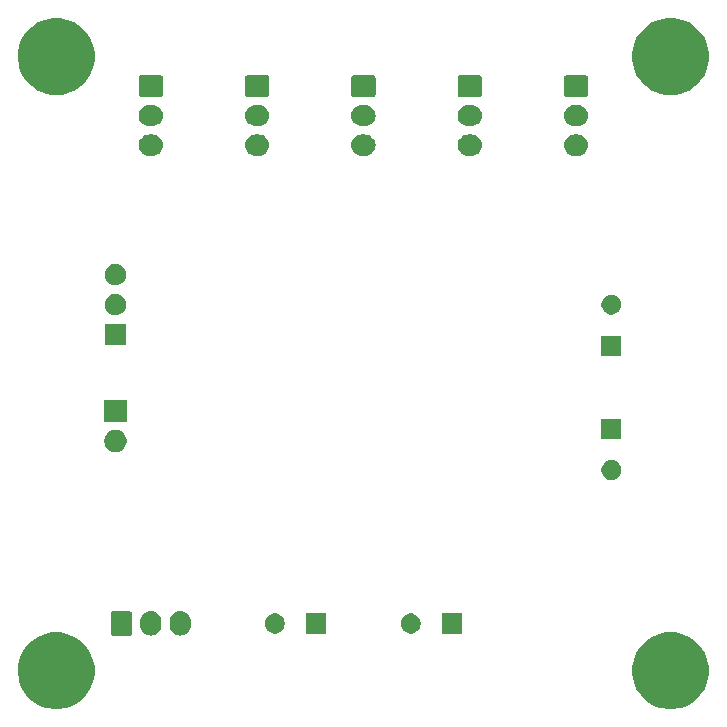
<source format=gbs>
G04 #@! TF.GenerationSoftware,KiCad,Pcbnew,(5.1.5)-3*
G04 #@! TF.CreationDate,2020-04-04T13:58:42+08:00*
G04 #@! TF.ProjectId,1194pre,31313934-7072-4652-9e6b-696361645f70,rev?*
G04 #@! TF.SameCoordinates,Original*
G04 #@! TF.FileFunction,Soldermask,Bot*
G04 #@! TF.FilePolarity,Negative*
%FSLAX46Y46*%
G04 Gerber Fmt 4.6, Leading zero omitted, Abs format (unit mm)*
G04 Created by KiCad (PCBNEW (5.1.5)-3) date 2020-04-04 13:58:42*
%MOMM*%
%LPD*%
G04 APERTURE LIST*
%ADD10C,0.100000*%
G04 APERTURE END LIST*
D10*
G36*
X156401564Y-102765185D02*
G01*
X156948282Y-102873934D01*
X157539926Y-103119001D01*
X158072392Y-103474784D01*
X158525216Y-103927608D01*
X158880999Y-104460074D01*
X159126066Y-105051718D01*
X159126066Y-105051719D01*
X159251000Y-105679803D01*
X159251000Y-106320197D01*
X159188533Y-106634239D01*
X159126066Y-106948282D01*
X158880999Y-107539926D01*
X158525216Y-108072392D01*
X158072392Y-108525216D01*
X157539926Y-108880999D01*
X156948282Y-109126066D01*
X156634239Y-109188533D01*
X156320197Y-109251000D01*
X155679803Y-109251000D01*
X155365761Y-109188533D01*
X155051718Y-109126066D01*
X154460074Y-108880999D01*
X153927608Y-108525216D01*
X153474784Y-108072392D01*
X153119001Y-107539926D01*
X152873934Y-106948282D01*
X152811467Y-106634239D01*
X152749000Y-106320197D01*
X152749000Y-105679803D01*
X152873934Y-105051719D01*
X152873934Y-105051718D01*
X153119001Y-104460074D01*
X153474784Y-103927608D01*
X153927608Y-103474784D01*
X154460074Y-103119001D01*
X155051718Y-102873934D01*
X155598436Y-102765185D01*
X155679803Y-102749000D01*
X156320197Y-102749000D01*
X156401564Y-102765185D01*
G37*
G36*
X104401564Y-102765185D02*
G01*
X104948282Y-102873934D01*
X105539926Y-103119001D01*
X106072392Y-103474784D01*
X106525216Y-103927608D01*
X106880999Y-104460074D01*
X107126066Y-105051718D01*
X107126066Y-105051719D01*
X107251000Y-105679803D01*
X107251000Y-106320197D01*
X107188533Y-106634239D01*
X107126066Y-106948282D01*
X106880999Y-107539926D01*
X106525216Y-108072392D01*
X106072392Y-108525216D01*
X105539926Y-108880999D01*
X104948282Y-109126066D01*
X104634239Y-109188533D01*
X104320197Y-109251000D01*
X103679803Y-109251000D01*
X103365761Y-109188533D01*
X103051718Y-109126066D01*
X102460074Y-108880999D01*
X101927608Y-108525216D01*
X101474784Y-108072392D01*
X101119001Y-107539926D01*
X100873934Y-106948282D01*
X100811467Y-106634239D01*
X100749000Y-106320197D01*
X100749000Y-105679803D01*
X100873934Y-105051719D01*
X100873934Y-105051718D01*
X101119001Y-104460074D01*
X101474784Y-103927608D01*
X101927608Y-103474784D01*
X102460074Y-103119001D01*
X103051718Y-102873934D01*
X103598436Y-102765185D01*
X103679803Y-102749000D01*
X104320197Y-102749000D01*
X104401564Y-102765185D01*
G37*
G36*
X112176626Y-100987037D02*
G01*
X112346465Y-101038557D01*
X112346467Y-101038558D01*
X112502989Y-101122221D01*
X112640186Y-101234814D01*
X112723448Y-101336271D01*
X112752778Y-101372009D01*
X112836443Y-101528534D01*
X112887963Y-101698373D01*
X112901000Y-101830742D01*
X112901000Y-102169257D01*
X112887963Y-102301626D01*
X112836443Y-102471466D01*
X112752778Y-102627991D01*
X112725676Y-102661015D01*
X112640186Y-102765186D01*
X112545250Y-102843097D01*
X112502991Y-102877778D01*
X112346466Y-102961443D01*
X112176627Y-103012963D01*
X112000000Y-103030359D01*
X111823374Y-103012963D01*
X111653535Y-102961443D01*
X111497010Y-102877778D01*
X111359815Y-102765185D01*
X111247222Y-102627991D01*
X111163557Y-102471466D01*
X111112037Y-102301627D01*
X111099000Y-102169258D01*
X111099000Y-101830743D01*
X111112037Y-101698374D01*
X111163557Y-101528535D01*
X111163559Y-101528532D01*
X111247221Y-101372011D01*
X111359814Y-101234814D01*
X111464380Y-101149000D01*
X111497009Y-101122222D01*
X111653534Y-101038557D01*
X111823373Y-100987037D01*
X112000000Y-100969641D01*
X112176626Y-100987037D01*
G37*
G36*
X114676626Y-100987037D02*
G01*
X114846465Y-101038557D01*
X114846467Y-101038558D01*
X115002989Y-101122221D01*
X115140186Y-101234814D01*
X115223448Y-101336271D01*
X115252778Y-101372009D01*
X115336443Y-101528534D01*
X115387963Y-101698373D01*
X115401000Y-101830742D01*
X115401000Y-102169257D01*
X115387963Y-102301626D01*
X115336443Y-102471466D01*
X115252778Y-102627991D01*
X115225676Y-102661015D01*
X115140186Y-102765186D01*
X115045250Y-102843097D01*
X115002991Y-102877778D01*
X114846466Y-102961443D01*
X114676627Y-103012963D01*
X114500000Y-103030359D01*
X114323374Y-103012963D01*
X114153535Y-102961443D01*
X113997010Y-102877778D01*
X113859815Y-102765185D01*
X113747222Y-102627991D01*
X113663557Y-102471466D01*
X113612037Y-102301627D01*
X113599000Y-102169258D01*
X113599000Y-101830743D01*
X113612037Y-101698374D01*
X113663557Y-101528535D01*
X113663559Y-101528532D01*
X113747221Y-101372011D01*
X113859814Y-101234814D01*
X113964380Y-101149000D01*
X113997009Y-101122222D01*
X114153534Y-101038557D01*
X114323373Y-100987037D01*
X114500000Y-100969641D01*
X114676626Y-100987037D01*
G37*
G36*
X110258600Y-100977989D02*
G01*
X110291652Y-100988015D01*
X110322103Y-101004292D01*
X110348799Y-101026201D01*
X110370708Y-101052897D01*
X110386985Y-101083348D01*
X110397011Y-101116400D01*
X110401000Y-101156903D01*
X110401000Y-102843097D01*
X110397011Y-102883600D01*
X110386985Y-102916652D01*
X110370708Y-102947103D01*
X110348799Y-102973799D01*
X110322103Y-102995708D01*
X110291652Y-103011985D01*
X110258600Y-103022011D01*
X110218097Y-103026000D01*
X108781903Y-103026000D01*
X108741400Y-103022011D01*
X108708348Y-103011985D01*
X108677897Y-102995708D01*
X108651201Y-102973799D01*
X108629292Y-102947103D01*
X108613015Y-102916652D01*
X108602989Y-102883600D01*
X108599000Y-102843097D01*
X108599000Y-101156903D01*
X108602989Y-101116400D01*
X108613015Y-101083348D01*
X108629292Y-101052897D01*
X108651201Y-101026201D01*
X108677897Y-101004292D01*
X108708348Y-100988015D01*
X108741400Y-100977989D01*
X108781903Y-100974000D01*
X110218097Y-100974000D01*
X110258600Y-100977989D01*
G37*
G36*
X122748228Y-101181703D02*
G01*
X122903100Y-101245853D01*
X123042481Y-101338985D01*
X123161015Y-101457519D01*
X123254147Y-101596900D01*
X123318297Y-101751772D01*
X123351000Y-101916184D01*
X123351000Y-102083816D01*
X123318297Y-102248228D01*
X123254147Y-102403100D01*
X123161015Y-102542481D01*
X123042481Y-102661015D01*
X122903100Y-102754147D01*
X122748228Y-102818297D01*
X122583816Y-102851000D01*
X122416184Y-102851000D01*
X122251772Y-102818297D01*
X122096900Y-102754147D01*
X121957519Y-102661015D01*
X121838985Y-102542481D01*
X121745853Y-102403100D01*
X121681703Y-102248228D01*
X121649000Y-102083816D01*
X121649000Y-101916184D01*
X121681703Y-101751772D01*
X121745853Y-101596900D01*
X121838985Y-101457519D01*
X121957519Y-101338985D01*
X122096900Y-101245853D01*
X122251772Y-101181703D01*
X122416184Y-101149000D01*
X122583816Y-101149000D01*
X122748228Y-101181703D01*
G37*
G36*
X138351000Y-102851000D02*
G01*
X136649000Y-102851000D01*
X136649000Y-101149000D01*
X138351000Y-101149000D01*
X138351000Y-102851000D01*
G37*
G36*
X134248228Y-101181703D02*
G01*
X134403100Y-101245853D01*
X134542481Y-101338985D01*
X134661015Y-101457519D01*
X134754147Y-101596900D01*
X134818297Y-101751772D01*
X134851000Y-101916184D01*
X134851000Y-102083816D01*
X134818297Y-102248228D01*
X134754147Y-102403100D01*
X134661015Y-102542481D01*
X134542481Y-102661015D01*
X134403100Y-102754147D01*
X134248228Y-102818297D01*
X134083816Y-102851000D01*
X133916184Y-102851000D01*
X133751772Y-102818297D01*
X133596900Y-102754147D01*
X133457519Y-102661015D01*
X133338985Y-102542481D01*
X133245853Y-102403100D01*
X133181703Y-102248228D01*
X133149000Y-102083816D01*
X133149000Y-101916184D01*
X133181703Y-101751772D01*
X133245853Y-101596900D01*
X133338985Y-101457519D01*
X133457519Y-101338985D01*
X133596900Y-101245853D01*
X133751772Y-101181703D01*
X133916184Y-101149000D01*
X134083816Y-101149000D01*
X134248228Y-101181703D01*
G37*
G36*
X126851000Y-102851000D02*
G01*
X125149000Y-102851000D01*
X125149000Y-101149000D01*
X126851000Y-101149000D01*
X126851000Y-102851000D01*
G37*
G36*
X151248228Y-88181703D02*
G01*
X151403100Y-88245853D01*
X151542481Y-88338985D01*
X151661015Y-88457519D01*
X151754147Y-88596900D01*
X151818297Y-88751772D01*
X151851000Y-88916184D01*
X151851000Y-89083816D01*
X151818297Y-89248228D01*
X151754147Y-89403100D01*
X151661015Y-89542481D01*
X151542481Y-89661015D01*
X151403100Y-89754147D01*
X151248228Y-89818297D01*
X151083816Y-89851000D01*
X150916184Y-89851000D01*
X150751772Y-89818297D01*
X150596900Y-89754147D01*
X150457519Y-89661015D01*
X150338985Y-89542481D01*
X150245853Y-89403100D01*
X150181703Y-89248228D01*
X150149000Y-89083816D01*
X150149000Y-88916184D01*
X150181703Y-88751772D01*
X150245853Y-88596900D01*
X150338985Y-88457519D01*
X150457519Y-88338985D01*
X150596900Y-88245853D01*
X150751772Y-88181703D01*
X150916184Y-88149000D01*
X151083816Y-88149000D01*
X151248228Y-88181703D01*
G37*
G36*
X109277395Y-85625546D02*
G01*
X109450466Y-85697234D01*
X109450467Y-85697235D01*
X109606227Y-85801310D01*
X109738690Y-85933773D01*
X109738691Y-85933775D01*
X109842766Y-86089534D01*
X109914454Y-86262605D01*
X109951000Y-86446333D01*
X109951000Y-86633667D01*
X109914454Y-86817395D01*
X109842766Y-86990466D01*
X109842765Y-86990467D01*
X109738690Y-87146227D01*
X109606227Y-87278690D01*
X109527818Y-87331081D01*
X109450466Y-87382766D01*
X109277395Y-87454454D01*
X109093667Y-87491000D01*
X108906333Y-87491000D01*
X108722605Y-87454454D01*
X108549534Y-87382766D01*
X108472182Y-87331081D01*
X108393773Y-87278690D01*
X108261310Y-87146227D01*
X108157235Y-86990467D01*
X108157234Y-86990466D01*
X108085546Y-86817395D01*
X108049000Y-86633667D01*
X108049000Y-86446333D01*
X108085546Y-86262605D01*
X108157234Y-86089534D01*
X108261309Y-85933775D01*
X108261310Y-85933773D01*
X108393773Y-85801310D01*
X108549533Y-85697235D01*
X108549534Y-85697234D01*
X108722605Y-85625546D01*
X108906333Y-85589000D01*
X109093667Y-85589000D01*
X109277395Y-85625546D01*
G37*
G36*
X151851000Y-86351000D02*
G01*
X150149000Y-86351000D01*
X150149000Y-84649000D01*
X151851000Y-84649000D01*
X151851000Y-86351000D01*
G37*
G36*
X109951000Y-84951000D02*
G01*
X108049000Y-84951000D01*
X108049000Y-83049000D01*
X109951000Y-83049000D01*
X109951000Y-84951000D01*
G37*
G36*
X151851000Y-79351000D02*
G01*
X150149000Y-79351000D01*
X150149000Y-77649000D01*
X151851000Y-77649000D01*
X151851000Y-79351000D01*
G37*
G36*
X109901000Y-78441000D02*
G01*
X108099000Y-78441000D01*
X108099000Y-76639000D01*
X109901000Y-76639000D01*
X109901000Y-78441000D01*
G37*
G36*
X109113512Y-74103927D02*
G01*
X109262812Y-74133624D01*
X109426784Y-74201544D01*
X109574354Y-74300147D01*
X109699853Y-74425646D01*
X109798456Y-74573216D01*
X109866376Y-74737188D01*
X109901000Y-74911259D01*
X109901000Y-75088741D01*
X109866376Y-75262812D01*
X109798456Y-75426784D01*
X109699853Y-75574354D01*
X109574354Y-75699853D01*
X109426784Y-75798456D01*
X109262812Y-75866376D01*
X109113512Y-75896073D01*
X109088742Y-75901000D01*
X108911258Y-75901000D01*
X108886488Y-75896073D01*
X108737188Y-75866376D01*
X108573216Y-75798456D01*
X108425646Y-75699853D01*
X108300147Y-75574354D01*
X108201544Y-75426784D01*
X108133624Y-75262812D01*
X108099000Y-75088741D01*
X108099000Y-74911259D01*
X108133624Y-74737188D01*
X108201544Y-74573216D01*
X108300147Y-74425646D01*
X108425646Y-74300147D01*
X108573216Y-74201544D01*
X108737188Y-74133624D01*
X108886488Y-74103927D01*
X108911258Y-74099000D01*
X109088742Y-74099000D01*
X109113512Y-74103927D01*
G37*
G36*
X151248228Y-74181703D02*
G01*
X151403100Y-74245853D01*
X151542481Y-74338985D01*
X151661015Y-74457519D01*
X151754147Y-74596900D01*
X151818297Y-74751772D01*
X151851000Y-74916184D01*
X151851000Y-75083816D01*
X151818297Y-75248228D01*
X151754147Y-75403100D01*
X151661015Y-75542481D01*
X151542481Y-75661015D01*
X151403100Y-75754147D01*
X151248228Y-75818297D01*
X151083816Y-75851000D01*
X150916184Y-75851000D01*
X150751772Y-75818297D01*
X150596900Y-75754147D01*
X150457519Y-75661015D01*
X150338985Y-75542481D01*
X150245853Y-75403100D01*
X150181703Y-75248228D01*
X150149000Y-75083816D01*
X150149000Y-74916184D01*
X150181703Y-74751772D01*
X150245853Y-74596900D01*
X150338985Y-74457519D01*
X150457519Y-74338985D01*
X150596900Y-74245853D01*
X150751772Y-74181703D01*
X150916184Y-74149000D01*
X151083816Y-74149000D01*
X151248228Y-74181703D01*
G37*
G36*
X109113512Y-71563927D02*
G01*
X109262812Y-71593624D01*
X109426784Y-71661544D01*
X109574354Y-71760147D01*
X109699853Y-71885646D01*
X109798456Y-72033216D01*
X109866376Y-72197188D01*
X109901000Y-72371259D01*
X109901000Y-72548741D01*
X109866376Y-72722812D01*
X109798456Y-72886784D01*
X109699853Y-73034354D01*
X109574354Y-73159853D01*
X109426784Y-73258456D01*
X109262812Y-73326376D01*
X109113512Y-73356073D01*
X109088742Y-73361000D01*
X108911258Y-73361000D01*
X108886488Y-73356073D01*
X108737188Y-73326376D01*
X108573216Y-73258456D01*
X108425646Y-73159853D01*
X108300147Y-73034354D01*
X108201544Y-72886784D01*
X108133624Y-72722812D01*
X108099000Y-72548741D01*
X108099000Y-72371259D01*
X108133624Y-72197188D01*
X108201544Y-72033216D01*
X108300147Y-71885646D01*
X108425646Y-71760147D01*
X108573216Y-71661544D01*
X108737188Y-71593624D01*
X108886488Y-71563927D01*
X108911258Y-71559000D01*
X109088742Y-71559000D01*
X109113512Y-71563927D01*
G37*
G36*
X148235442Y-60605518D02*
G01*
X148301627Y-60612037D01*
X148471466Y-60663557D01*
X148627991Y-60747222D01*
X148663729Y-60776552D01*
X148765186Y-60859814D01*
X148848448Y-60961271D01*
X148877778Y-60997009D01*
X148961443Y-61153534D01*
X149012963Y-61323373D01*
X149030359Y-61500000D01*
X149012963Y-61676627D01*
X148961443Y-61846466D01*
X148877778Y-62002991D01*
X148848448Y-62038729D01*
X148765186Y-62140186D01*
X148663729Y-62223448D01*
X148627991Y-62252778D01*
X148471466Y-62336443D01*
X148301627Y-62387963D01*
X148235443Y-62394481D01*
X148169260Y-62401000D01*
X147830740Y-62401000D01*
X147764557Y-62394481D01*
X147698373Y-62387963D01*
X147528534Y-62336443D01*
X147372009Y-62252778D01*
X147336271Y-62223448D01*
X147234814Y-62140186D01*
X147151552Y-62038729D01*
X147122222Y-62002991D01*
X147038557Y-61846466D01*
X146987037Y-61676627D01*
X146969641Y-61500000D01*
X146987037Y-61323373D01*
X147038557Y-61153534D01*
X147122222Y-60997009D01*
X147151552Y-60961271D01*
X147234814Y-60859814D01*
X147336271Y-60776552D01*
X147372009Y-60747222D01*
X147528534Y-60663557D01*
X147698373Y-60612037D01*
X147764558Y-60605518D01*
X147830740Y-60599000D01*
X148169260Y-60599000D01*
X148235442Y-60605518D01*
G37*
G36*
X112235442Y-60605518D02*
G01*
X112301627Y-60612037D01*
X112471466Y-60663557D01*
X112627991Y-60747222D01*
X112663729Y-60776552D01*
X112765186Y-60859814D01*
X112848448Y-60961271D01*
X112877778Y-60997009D01*
X112961443Y-61153534D01*
X113012963Y-61323373D01*
X113030359Y-61500000D01*
X113012963Y-61676627D01*
X112961443Y-61846466D01*
X112877778Y-62002991D01*
X112848448Y-62038729D01*
X112765186Y-62140186D01*
X112663729Y-62223448D01*
X112627991Y-62252778D01*
X112471466Y-62336443D01*
X112301627Y-62387963D01*
X112235443Y-62394481D01*
X112169260Y-62401000D01*
X111830740Y-62401000D01*
X111764557Y-62394481D01*
X111698373Y-62387963D01*
X111528534Y-62336443D01*
X111372009Y-62252778D01*
X111336271Y-62223448D01*
X111234814Y-62140186D01*
X111151552Y-62038729D01*
X111122222Y-62002991D01*
X111038557Y-61846466D01*
X110987037Y-61676627D01*
X110969641Y-61500000D01*
X110987037Y-61323373D01*
X111038557Y-61153534D01*
X111122222Y-60997009D01*
X111151552Y-60961271D01*
X111234814Y-60859814D01*
X111336271Y-60776552D01*
X111372009Y-60747222D01*
X111528534Y-60663557D01*
X111698373Y-60612037D01*
X111764558Y-60605518D01*
X111830740Y-60599000D01*
X112169260Y-60599000D01*
X112235442Y-60605518D01*
G37*
G36*
X121235442Y-60605518D02*
G01*
X121301627Y-60612037D01*
X121471466Y-60663557D01*
X121627991Y-60747222D01*
X121663729Y-60776552D01*
X121765186Y-60859814D01*
X121848448Y-60961271D01*
X121877778Y-60997009D01*
X121961443Y-61153534D01*
X122012963Y-61323373D01*
X122030359Y-61500000D01*
X122012963Y-61676627D01*
X121961443Y-61846466D01*
X121877778Y-62002991D01*
X121848448Y-62038729D01*
X121765186Y-62140186D01*
X121663729Y-62223448D01*
X121627991Y-62252778D01*
X121471466Y-62336443D01*
X121301627Y-62387963D01*
X121235443Y-62394481D01*
X121169260Y-62401000D01*
X120830740Y-62401000D01*
X120764557Y-62394481D01*
X120698373Y-62387963D01*
X120528534Y-62336443D01*
X120372009Y-62252778D01*
X120336271Y-62223448D01*
X120234814Y-62140186D01*
X120151552Y-62038729D01*
X120122222Y-62002991D01*
X120038557Y-61846466D01*
X119987037Y-61676627D01*
X119969641Y-61500000D01*
X119987037Y-61323373D01*
X120038557Y-61153534D01*
X120122222Y-60997009D01*
X120151552Y-60961271D01*
X120234814Y-60859814D01*
X120336271Y-60776552D01*
X120372009Y-60747222D01*
X120528534Y-60663557D01*
X120698373Y-60612037D01*
X120764558Y-60605518D01*
X120830740Y-60599000D01*
X121169260Y-60599000D01*
X121235442Y-60605518D01*
G37*
G36*
X130235442Y-60605518D02*
G01*
X130301627Y-60612037D01*
X130471466Y-60663557D01*
X130627991Y-60747222D01*
X130663729Y-60776552D01*
X130765186Y-60859814D01*
X130848448Y-60961271D01*
X130877778Y-60997009D01*
X130961443Y-61153534D01*
X131012963Y-61323373D01*
X131030359Y-61500000D01*
X131012963Y-61676627D01*
X130961443Y-61846466D01*
X130877778Y-62002991D01*
X130848448Y-62038729D01*
X130765186Y-62140186D01*
X130663729Y-62223448D01*
X130627991Y-62252778D01*
X130471466Y-62336443D01*
X130301627Y-62387963D01*
X130235443Y-62394481D01*
X130169260Y-62401000D01*
X129830740Y-62401000D01*
X129764557Y-62394481D01*
X129698373Y-62387963D01*
X129528534Y-62336443D01*
X129372009Y-62252778D01*
X129336271Y-62223448D01*
X129234814Y-62140186D01*
X129151552Y-62038729D01*
X129122222Y-62002991D01*
X129038557Y-61846466D01*
X128987037Y-61676627D01*
X128969641Y-61500000D01*
X128987037Y-61323373D01*
X129038557Y-61153534D01*
X129122222Y-60997009D01*
X129151552Y-60961271D01*
X129234814Y-60859814D01*
X129336271Y-60776552D01*
X129372009Y-60747222D01*
X129528534Y-60663557D01*
X129698373Y-60612037D01*
X129764558Y-60605518D01*
X129830740Y-60599000D01*
X130169260Y-60599000D01*
X130235442Y-60605518D01*
G37*
G36*
X139235442Y-60605518D02*
G01*
X139301627Y-60612037D01*
X139471466Y-60663557D01*
X139627991Y-60747222D01*
X139663729Y-60776552D01*
X139765186Y-60859814D01*
X139848448Y-60961271D01*
X139877778Y-60997009D01*
X139961443Y-61153534D01*
X140012963Y-61323373D01*
X140030359Y-61500000D01*
X140012963Y-61676627D01*
X139961443Y-61846466D01*
X139877778Y-62002991D01*
X139848448Y-62038729D01*
X139765186Y-62140186D01*
X139663729Y-62223448D01*
X139627991Y-62252778D01*
X139471466Y-62336443D01*
X139301627Y-62387963D01*
X139235443Y-62394481D01*
X139169260Y-62401000D01*
X138830740Y-62401000D01*
X138764557Y-62394481D01*
X138698373Y-62387963D01*
X138528534Y-62336443D01*
X138372009Y-62252778D01*
X138336271Y-62223448D01*
X138234814Y-62140186D01*
X138151552Y-62038729D01*
X138122222Y-62002991D01*
X138038557Y-61846466D01*
X137987037Y-61676627D01*
X137969641Y-61500000D01*
X137987037Y-61323373D01*
X138038557Y-61153534D01*
X138122222Y-60997009D01*
X138151552Y-60961271D01*
X138234814Y-60859814D01*
X138336271Y-60776552D01*
X138372009Y-60747222D01*
X138528534Y-60663557D01*
X138698373Y-60612037D01*
X138764558Y-60605518D01*
X138830740Y-60599000D01*
X139169260Y-60599000D01*
X139235442Y-60605518D01*
G37*
G36*
X121235443Y-58105519D02*
G01*
X121301627Y-58112037D01*
X121471466Y-58163557D01*
X121627991Y-58247222D01*
X121663729Y-58276552D01*
X121765186Y-58359814D01*
X121848448Y-58461271D01*
X121877778Y-58497009D01*
X121961443Y-58653534D01*
X122012963Y-58823373D01*
X122030359Y-59000000D01*
X122012963Y-59176627D01*
X121961443Y-59346466D01*
X121877778Y-59502991D01*
X121848448Y-59538729D01*
X121765186Y-59640186D01*
X121663729Y-59723448D01*
X121627991Y-59752778D01*
X121471466Y-59836443D01*
X121301627Y-59887963D01*
X121235443Y-59894481D01*
X121169260Y-59901000D01*
X120830740Y-59901000D01*
X120764557Y-59894481D01*
X120698373Y-59887963D01*
X120528534Y-59836443D01*
X120372009Y-59752778D01*
X120336271Y-59723448D01*
X120234814Y-59640186D01*
X120151552Y-59538729D01*
X120122222Y-59502991D01*
X120038557Y-59346466D01*
X119987037Y-59176627D01*
X119969641Y-59000000D01*
X119987037Y-58823373D01*
X120038557Y-58653534D01*
X120122222Y-58497009D01*
X120151552Y-58461271D01*
X120234814Y-58359814D01*
X120336271Y-58276552D01*
X120372009Y-58247222D01*
X120528534Y-58163557D01*
X120698373Y-58112037D01*
X120764557Y-58105519D01*
X120830740Y-58099000D01*
X121169260Y-58099000D01*
X121235443Y-58105519D01*
G37*
G36*
X148235443Y-58105519D02*
G01*
X148301627Y-58112037D01*
X148471466Y-58163557D01*
X148627991Y-58247222D01*
X148663729Y-58276552D01*
X148765186Y-58359814D01*
X148848448Y-58461271D01*
X148877778Y-58497009D01*
X148961443Y-58653534D01*
X149012963Y-58823373D01*
X149030359Y-59000000D01*
X149012963Y-59176627D01*
X148961443Y-59346466D01*
X148877778Y-59502991D01*
X148848448Y-59538729D01*
X148765186Y-59640186D01*
X148663729Y-59723448D01*
X148627991Y-59752778D01*
X148471466Y-59836443D01*
X148301627Y-59887963D01*
X148235443Y-59894481D01*
X148169260Y-59901000D01*
X147830740Y-59901000D01*
X147764557Y-59894481D01*
X147698373Y-59887963D01*
X147528534Y-59836443D01*
X147372009Y-59752778D01*
X147336271Y-59723448D01*
X147234814Y-59640186D01*
X147151552Y-59538729D01*
X147122222Y-59502991D01*
X147038557Y-59346466D01*
X146987037Y-59176627D01*
X146969641Y-59000000D01*
X146987037Y-58823373D01*
X147038557Y-58653534D01*
X147122222Y-58497009D01*
X147151552Y-58461271D01*
X147234814Y-58359814D01*
X147336271Y-58276552D01*
X147372009Y-58247222D01*
X147528534Y-58163557D01*
X147698373Y-58112037D01*
X147764557Y-58105519D01*
X147830740Y-58099000D01*
X148169260Y-58099000D01*
X148235443Y-58105519D01*
G37*
G36*
X112235443Y-58105519D02*
G01*
X112301627Y-58112037D01*
X112471466Y-58163557D01*
X112627991Y-58247222D01*
X112663729Y-58276552D01*
X112765186Y-58359814D01*
X112848448Y-58461271D01*
X112877778Y-58497009D01*
X112961443Y-58653534D01*
X113012963Y-58823373D01*
X113030359Y-59000000D01*
X113012963Y-59176627D01*
X112961443Y-59346466D01*
X112877778Y-59502991D01*
X112848448Y-59538729D01*
X112765186Y-59640186D01*
X112663729Y-59723448D01*
X112627991Y-59752778D01*
X112471466Y-59836443D01*
X112301627Y-59887963D01*
X112235443Y-59894481D01*
X112169260Y-59901000D01*
X111830740Y-59901000D01*
X111764557Y-59894481D01*
X111698373Y-59887963D01*
X111528534Y-59836443D01*
X111372009Y-59752778D01*
X111336271Y-59723448D01*
X111234814Y-59640186D01*
X111151552Y-59538729D01*
X111122222Y-59502991D01*
X111038557Y-59346466D01*
X110987037Y-59176627D01*
X110969641Y-59000000D01*
X110987037Y-58823373D01*
X111038557Y-58653534D01*
X111122222Y-58497009D01*
X111151552Y-58461271D01*
X111234814Y-58359814D01*
X111336271Y-58276552D01*
X111372009Y-58247222D01*
X111528534Y-58163557D01*
X111698373Y-58112037D01*
X111764557Y-58105519D01*
X111830740Y-58099000D01*
X112169260Y-58099000D01*
X112235443Y-58105519D01*
G37*
G36*
X139235443Y-58105519D02*
G01*
X139301627Y-58112037D01*
X139471466Y-58163557D01*
X139627991Y-58247222D01*
X139663729Y-58276552D01*
X139765186Y-58359814D01*
X139848448Y-58461271D01*
X139877778Y-58497009D01*
X139961443Y-58653534D01*
X140012963Y-58823373D01*
X140030359Y-59000000D01*
X140012963Y-59176627D01*
X139961443Y-59346466D01*
X139877778Y-59502991D01*
X139848448Y-59538729D01*
X139765186Y-59640186D01*
X139663729Y-59723448D01*
X139627991Y-59752778D01*
X139471466Y-59836443D01*
X139301627Y-59887963D01*
X139235443Y-59894481D01*
X139169260Y-59901000D01*
X138830740Y-59901000D01*
X138764557Y-59894481D01*
X138698373Y-59887963D01*
X138528534Y-59836443D01*
X138372009Y-59752778D01*
X138336271Y-59723448D01*
X138234814Y-59640186D01*
X138151552Y-59538729D01*
X138122222Y-59502991D01*
X138038557Y-59346466D01*
X137987037Y-59176627D01*
X137969641Y-59000000D01*
X137987037Y-58823373D01*
X138038557Y-58653534D01*
X138122222Y-58497009D01*
X138151552Y-58461271D01*
X138234814Y-58359814D01*
X138336271Y-58276552D01*
X138372009Y-58247222D01*
X138528534Y-58163557D01*
X138698373Y-58112037D01*
X138764557Y-58105519D01*
X138830740Y-58099000D01*
X139169260Y-58099000D01*
X139235443Y-58105519D01*
G37*
G36*
X130235443Y-58105519D02*
G01*
X130301627Y-58112037D01*
X130471466Y-58163557D01*
X130627991Y-58247222D01*
X130663729Y-58276552D01*
X130765186Y-58359814D01*
X130848448Y-58461271D01*
X130877778Y-58497009D01*
X130961443Y-58653534D01*
X131012963Y-58823373D01*
X131030359Y-59000000D01*
X131012963Y-59176627D01*
X130961443Y-59346466D01*
X130877778Y-59502991D01*
X130848448Y-59538729D01*
X130765186Y-59640186D01*
X130663729Y-59723448D01*
X130627991Y-59752778D01*
X130471466Y-59836443D01*
X130301627Y-59887963D01*
X130235443Y-59894481D01*
X130169260Y-59901000D01*
X129830740Y-59901000D01*
X129764557Y-59894481D01*
X129698373Y-59887963D01*
X129528534Y-59836443D01*
X129372009Y-59752778D01*
X129336271Y-59723448D01*
X129234814Y-59640186D01*
X129151552Y-59538729D01*
X129122222Y-59502991D01*
X129038557Y-59346466D01*
X128987037Y-59176627D01*
X128969641Y-59000000D01*
X128987037Y-58823373D01*
X129038557Y-58653534D01*
X129122222Y-58497009D01*
X129151552Y-58461271D01*
X129234814Y-58359814D01*
X129336271Y-58276552D01*
X129372009Y-58247222D01*
X129528534Y-58163557D01*
X129698373Y-58112037D01*
X129764557Y-58105519D01*
X129830740Y-58099000D01*
X130169260Y-58099000D01*
X130235443Y-58105519D01*
G37*
G36*
X148883600Y-55602989D02*
G01*
X148916652Y-55613015D01*
X148947103Y-55629292D01*
X148973799Y-55651201D01*
X148995708Y-55677897D01*
X149011985Y-55708348D01*
X149022011Y-55741400D01*
X149026000Y-55781903D01*
X149026000Y-57218097D01*
X149022011Y-57258600D01*
X149011985Y-57291652D01*
X148995708Y-57322103D01*
X148973799Y-57348799D01*
X148947103Y-57370708D01*
X148916652Y-57386985D01*
X148883600Y-57397011D01*
X148843097Y-57401000D01*
X147156903Y-57401000D01*
X147116400Y-57397011D01*
X147083348Y-57386985D01*
X147052897Y-57370708D01*
X147026201Y-57348799D01*
X147004292Y-57322103D01*
X146988015Y-57291652D01*
X146977989Y-57258600D01*
X146974000Y-57218097D01*
X146974000Y-55781903D01*
X146977989Y-55741400D01*
X146988015Y-55708348D01*
X147004292Y-55677897D01*
X147026201Y-55651201D01*
X147052897Y-55629292D01*
X147083348Y-55613015D01*
X147116400Y-55602989D01*
X147156903Y-55599000D01*
X148843097Y-55599000D01*
X148883600Y-55602989D01*
G37*
G36*
X121883600Y-55602989D02*
G01*
X121916652Y-55613015D01*
X121947103Y-55629292D01*
X121973799Y-55651201D01*
X121995708Y-55677897D01*
X122011985Y-55708348D01*
X122022011Y-55741400D01*
X122026000Y-55781903D01*
X122026000Y-57218097D01*
X122022011Y-57258600D01*
X122011985Y-57291652D01*
X121995708Y-57322103D01*
X121973799Y-57348799D01*
X121947103Y-57370708D01*
X121916652Y-57386985D01*
X121883600Y-57397011D01*
X121843097Y-57401000D01*
X120156903Y-57401000D01*
X120116400Y-57397011D01*
X120083348Y-57386985D01*
X120052897Y-57370708D01*
X120026201Y-57348799D01*
X120004292Y-57322103D01*
X119988015Y-57291652D01*
X119977989Y-57258600D01*
X119974000Y-57218097D01*
X119974000Y-55781903D01*
X119977989Y-55741400D01*
X119988015Y-55708348D01*
X120004292Y-55677897D01*
X120026201Y-55651201D01*
X120052897Y-55629292D01*
X120083348Y-55613015D01*
X120116400Y-55602989D01*
X120156903Y-55599000D01*
X121843097Y-55599000D01*
X121883600Y-55602989D01*
G37*
G36*
X130883600Y-55602989D02*
G01*
X130916652Y-55613015D01*
X130947103Y-55629292D01*
X130973799Y-55651201D01*
X130995708Y-55677897D01*
X131011985Y-55708348D01*
X131022011Y-55741400D01*
X131026000Y-55781903D01*
X131026000Y-57218097D01*
X131022011Y-57258600D01*
X131011985Y-57291652D01*
X130995708Y-57322103D01*
X130973799Y-57348799D01*
X130947103Y-57370708D01*
X130916652Y-57386985D01*
X130883600Y-57397011D01*
X130843097Y-57401000D01*
X129156903Y-57401000D01*
X129116400Y-57397011D01*
X129083348Y-57386985D01*
X129052897Y-57370708D01*
X129026201Y-57348799D01*
X129004292Y-57322103D01*
X128988015Y-57291652D01*
X128977989Y-57258600D01*
X128974000Y-57218097D01*
X128974000Y-55781903D01*
X128977989Y-55741400D01*
X128988015Y-55708348D01*
X129004292Y-55677897D01*
X129026201Y-55651201D01*
X129052897Y-55629292D01*
X129083348Y-55613015D01*
X129116400Y-55602989D01*
X129156903Y-55599000D01*
X130843097Y-55599000D01*
X130883600Y-55602989D01*
G37*
G36*
X139883600Y-55602989D02*
G01*
X139916652Y-55613015D01*
X139947103Y-55629292D01*
X139973799Y-55651201D01*
X139995708Y-55677897D01*
X140011985Y-55708348D01*
X140022011Y-55741400D01*
X140026000Y-55781903D01*
X140026000Y-57218097D01*
X140022011Y-57258600D01*
X140011985Y-57291652D01*
X139995708Y-57322103D01*
X139973799Y-57348799D01*
X139947103Y-57370708D01*
X139916652Y-57386985D01*
X139883600Y-57397011D01*
X139843097Y-57401000D01*
X138156903Y-57401000D01*
X138116400Y-57397011D01*
X138083348Y-57386985D01*
X138052897Y-57370708D01*
X138026201Y-57348799D01*
X138004292Y-57322103D01*
X137988015Y-57291652D01*
X137977989Y-57258600D01*
X137974000Y-57218097D01*
X137974000Y-55781903D01*
X137977989Y-55741400D01*
X137988015Y-55708348D01*
X138004292Y-55677897D01*
X138026201Y-55651201D01*
X138052897Y-55629292D01*
X138083348Y-55613015D01*
X138116400Y-55602989D01*
X138156903Y-55599000D01*
X139843097Y-55599000D01*
X139883600Y-55602989D01*
G37*
G36*
X112883600Y-55602989D02*
G01*
X112916652Y-55613015D01*
X112947103Y-55629292D01*
X112973799Y-55651201D01*
X112995708Y-55677897D01*
X113011985Y-55708348D01*
X113022011Y-55741400D01*
X113026000Y-55781903D01*
X113026000Y-57218097D01*
X113022011Y-57258600D01*
X113011985Y-57291652D01*
X112995708Y-57322103D01*
X112973799Y-57348799D01*
X112947103Y-57370708D01*
X112916652Y-57386985D01*
X112883600Y-57397011D01*
X112843097Y-57401000D01*
X111156903Y-57401000D01*
X111116400Y-57397011D01*
X111083348Y-57386985D01*
X111052897Y-57370708D01*
X111026201Y-57348799D01*
X111004292Y-57322103D01*
X110988015Y-57291652D01*
X110977989Y-57258600D01*
X110974000Y-57218097D01*
X110974000Y-55781903D01*
X110977989Y-55741400D01*
X110988015Y-55708348D01*
X111004292Y-55677897D01*
X111026201Y-55651201D01*
X111052897Y-55629292D01*
X111083348Y-55613015D01*
X111116400Y-55602989D01*
X111156903Y-55599000D01*
X112843097Y-55599000D01*
X112883600Y-55602989D01*
G37*
G36*
X156634239Y-50811467D02*
G01*
X156948282Y-50873934D01*
X157539926Y-51119001D01*
X158072392Y-51474784D01*
X158525216Y-51927608D01*
X158880999Y-52460074D01*
X159126066Y-53051718D01*
X159126066Y-53051719D01*
X159251000Y-53679803D01*
X159251000Y-54320197D01*
X159188533Y-54634239D01*
X159126066Y-54948282D01*
X158880999Y-55539926D01*
X158525216Y-56072392D01*
X158072392Y-56525216D01*
X157539926Y-56880999D01*
X156948282Y-57126066D01*
X156898340Y-57136000D01*
X156320197Y-57251000D01*
X155679803Y-57251000D01*
X155101660Y-57136000D01*
X155051718Y-57126066D01*
X154460074Y-56880999D01*
X153927608Y-56525216D01*
X153474784Y-56072392D01*
X153119001Y-55539926D01*
X152873934Y-54948282D01*
X152811467Y-54634239D01*
X152749000Y-54320197D01*
X152749000Y-53679803D01*
X152873934Y-53051719D01*
X152873934Y-53051718D01*
X153119001Y-52460074D01*
X153474784Y-51927608D01*
X153927608Y-51474784D01*
X154460074Y-51119001D01*
X155051718Y-50873934D01*
X155365761Y-50811467D01*
X155679803Y-50749000D01*
X156320197Y-50749000D01*
X156634239Y-50811467D01*
G37*
G36*
X104634239Y-50811467D02*
G01*
X104948282Y-50873934D01*
X105539926Y-51119001D01*
X106072392Y-51474784D01*
X106525216Y-51927608D01*
X106880999Y-52460074D01*
X107126066Y-53051718D01*
X107126066Y-53051719D01*
X107251000Y-53679803D01*
X107251000Y-54320197D01*
X107188533Y-54634239D01*
X107126066Y-54948282D01*
X106880999Y-55539926D01*
X106525216Y-56072392D01*
X106072392Y-56525216D01*
X105539926Y-56880999D01*
X104948282Y-57126066D01*
X104898340Y-57136000D01*
X104320197Y-57251000D01*
X103679803Y-57251000D01*
X103101660Y-57136000D01*
X103051718Y-57126066D01*
X102460074Y-56880999D01*
X101927608Y-56525216D01*
X101474784Y-56072392D01*
X101119001Y-55539926D01*
X100873934Y-54948282D01*
X100811467Y-54634239D01*
X100749000Y-54320197D01*
X100749000Y-53679803D01*
X100873934Y-53051719D01*
X100873934Y-53051718D01*
X101119001Y-52460074D01*
X101474784Y-51927608D01*
X101927608Y-51474784D01*
X102460074Y-51119001D01*
X103051718Y-50873934D01*
X103365761Y-50811467D01*
X103679803Y-50749000D01*
X104320197Y-50749000D01*
X104634239Y-50811467D01*
G37*
M02*

</source>
